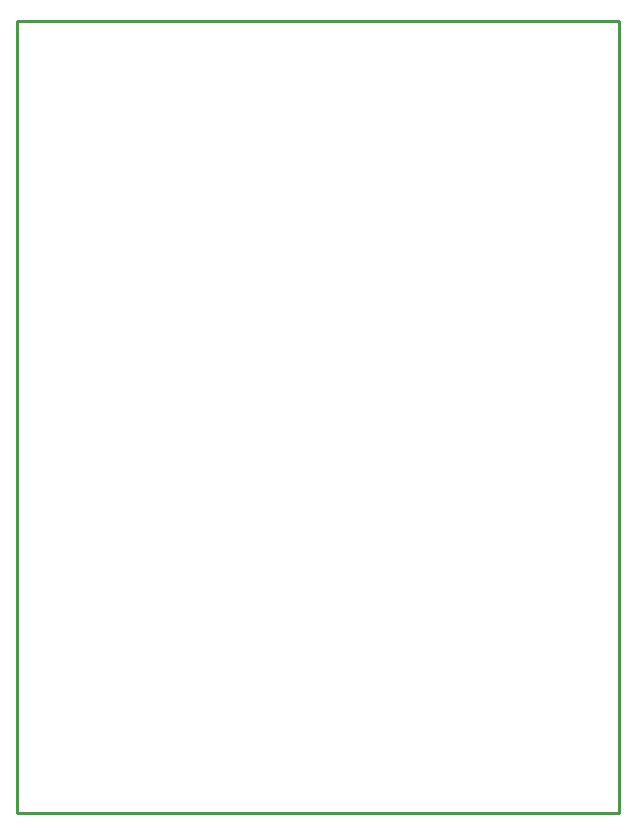
<source format=gko>
G04 EAGLE Gerber RS-274X export*
G75*
%MOMM*%
%FSLAX34Y34*%
%LPD*%
%IN*%
%IPPOS*%
%AMOC8*
5,1,8,0,0,1.08239X$1,22.5*%
G01*
%ADD10C,0.254000*%


D10*
X0Y0D02*
X510000Y0D01*
X510000Y670000D01*
X0Y670000D01*
X0Y0D01*
M02*

</source>
